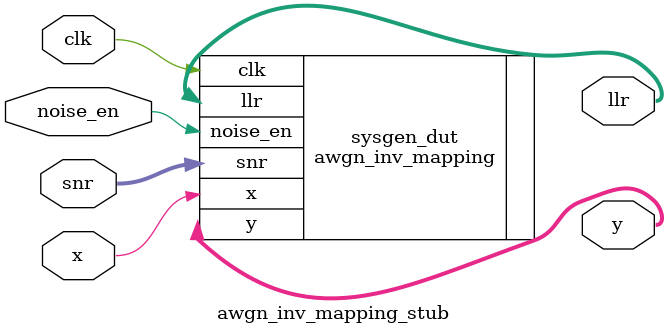
<source format=v>
`timescale 1 ns / 10 ps
module awgn_inv_mapping_stub (
  input [5-1:0] snr,
  input [1-1:0] noise_en,
  input [1-1:0] x,
  input clk,
  output [10-1:0] llr,
  output [19-1:0] y
);
  awgn_inv_mapping sysgen_dut (
    .snr(snr),
    .noise_en(noise_en),
    .x(x),
    .clk(clk),
    .llr(llr),
    .y(y)
  );
endmodule

</source>
